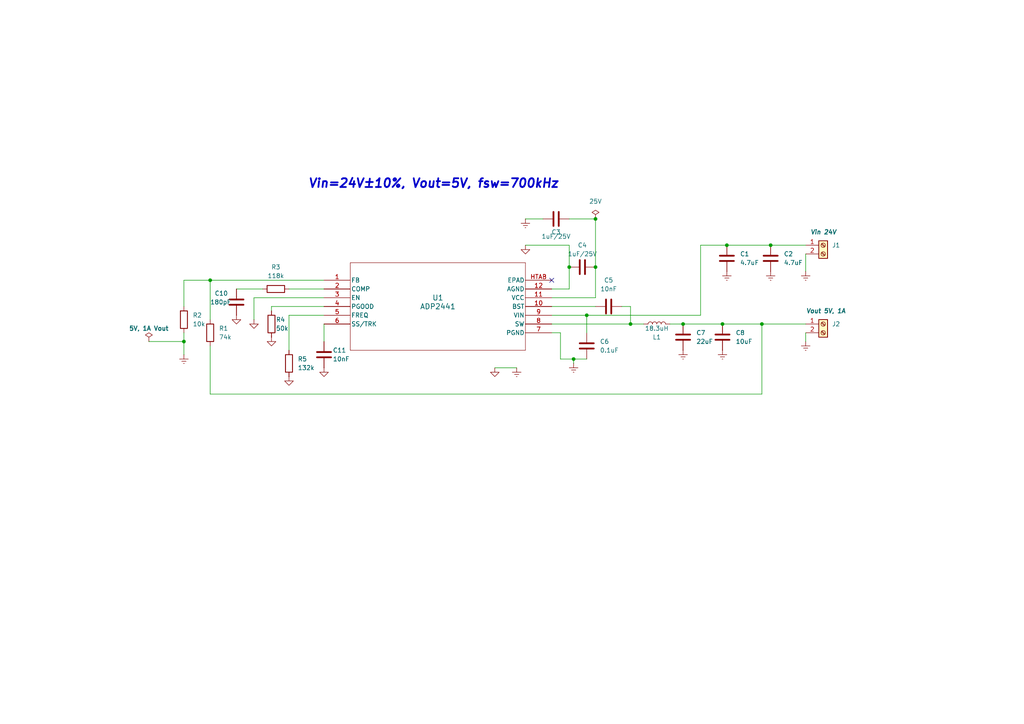
<source format=kicad_sch>
(kicad_sch
	(version 20231120)
	(generator "eeschema")
	(generator_version "8.0")
	(uuid "75ce015d-86bb-4e29-ac97-7f04ca178dc5")
	(paper "A4")
	(lib_symbols
		(symbol "ADP2441_AD:ADP2441"
			(pin_names
				(offset 0.254)
			)
			(exclude_from_sim no)
			(in_bom yes)
			(on_board yes)
			(property "Reference" "U"
				(at 33.02 10.16 0)
				(effects
					(font
						(size 1.524 1.524)
					)
				)
			)
			(property "Value" "ADP2441"
				(at 33.02 7.62 0)
				(effects
					(font
						(size 1.524 1.524)
					)
				)
			)
			(property "Footprint" "Package_DFN_QFN:QFN-12-1EP_3x3mm_P0.5mm_EP1.6x1.6mm"
				(at 0 0 0)
				(effects
					(font
						(size 1.27 1.27)
						(italic yes)
					)
					(hide yes)
				)
			)
			(property "Datasheet" "ADP2441ACPZ-R7"
				(at 0 0 0)
				(effects
					(font
						(size 1.27 1.27)
						(italic yes)
					)
					(hide yes)
				)
			)
			(property "Description" ""
				(at 0 0 0)
				(effects
					(font
						(size 1.27 1.27)
					)
					(hide yes)
				)
			)
			(property "ki_keywords" "ADP2441ACPZ-R7"
				(at 0 0 0)
				(effects
					(font
						(size 1.27 1.27)
					)
					(hide yes)
				)
			)
			(property "ki_fp_filters" "CP_12_6_ADI CP_12_6_ADI-M CP_12_6_ADI-L"
				(at 0 0 0)
				(effects
					(font
						(size 1.27 1.27)
					)
					(hide yes)
				)
			)
			(symbol "ADP2441_0_1"
				(polyline
					(pts
						(xy 7.62 -20.32) (xy 58.42 -20.32)
					)
					(stroke
						(width 0.127)
						(type default)
					)
					(fill
						(type none)
					)
				)
				(polyline
					(pts
						(xy 7.62 5.08) (xy 7.62 -20.32)
					)
					(stroke
						(width 0.127)
						(type default)
					)
					(fill
						(type none)
					)
				)
				(polyline
					(pts
						(xy 58.42 -20.32) (xy 58.42 5.08)
					)
					(stroke
						(width 0.127)
						(type default)
					)
					(fill
						(type none)
					)
				)
				(polyline
					(pts
						(xy 58.42 5.08) (xy 7.62 5.08)
					)
					(stroke
						(width 0.127)
						(type default)
					)
					(fill
						(type none)
					)
				)
				(pin unspecified line
					(at 0 0 0)
					(length 7.62)
					(name "FB"
						(effects
							(font
								(size 1.27 1.27)
							)
						)
					)
					(number "1"
						(effects
							(font
								(size 1.27 1.27)
							)
						)
					)
				)
				(pin unspecified line
					(at 66.04 -7.62 180)
					(length 7.62)
					(name "BST"
						(effects
							(font
								(size 1.27 1.27)
							)
						)
					)
					(number "10"
						(effects
							(font
								(size 1.27 1.27)
							)
						)
					)
				)
				(pin power_in line
					(at 66.04 -5.08 180)
					(length 7.62)
					(name "VCC"
						(effects
							(font
								(size 1.27 1.27)
							)
						)
					)
					(number "11"
						(effects
							(font
								(size 1.27 1.27)
							)
						)
					)
				)
				(pin power_in line
					(at 66.04 -2.54 180)
					(length 7.62)
					(name "AGND"
						(effects
							(font
								(size 1.27 1.27)
							)
						)
					)
					(number "12"
						(effects
							(font
								(size 1.27 1.27)
							)
						)
					)
				)
				(pin unspecified line
					(at 0 -2.54 0)
					(length 7.62)
					(name "COMP"
						(effects
							(font
								(size 1.27 1.27)
							)
						)
					)
					(number "2"
						(effects
							(font
								(size 1.27 1.27)
							)
						)
					)
				)
				(pin unspecified line
					(at 0 -5.08 0)
					(length 7.62)
					(name "EN"
						(effects
							(font
								(size 1.27 1.27)
							)
						)
					)
					(number "3"
						(effects
							(font
								(size 1.27 1.27)
							)
						)
					)
				)
				(pin output line
					(at 0 -7.62 0)
					(length 7.62)
					(name "PGOOD"
						(effects
							(font
								(size 1.27 1.27)
							)
						)
					)
					(number "4"
						(effects
							(font
								(size 1.27 1.27)
							)
						)
					)
				)
				(pin unspecified line
					(at 0 -10.16 0)
					(length 7.62)
					(name "FREQ"
						(effects
							(font
								(size 1.27 1.27)
							)
						)
					)
					(number "5"
						(effects
							(font
								(size 1.27 1.27)
							)
						)
					)
				)
				(pin input line
					(at 0 -12.7 0)
					(length 7.62)
					(name "SS/TRK"
						(effects
							(font
								(size 1.27 1.27)
							)
						)
					)
					(number "6"
						(effects
							(font
								(size 1.27 1.27)
							)
						)
					)
				)
				(pin power_in line
					(at 66.04 -15.24 180)
					(length 7.62)
					(name "PGND"
						(effects
							(font
								(size 1.27 1.27)
							)
						)
					)
					(number "7"
						(effects
							(font
								(size 1.27 1.27)
							)
						)
					)
				)
				(pin unspecified line
					(at 66.04 -12.7 180)
					(length 7.62)
					(name "SW"
						(effects
							(font
								(size 1.27 1.27)
							)
						)
					)
					(number "8"
						(effects
							(font
								(size 1.27 1.27)
							)
						)
					)
				)
				(pin input line
					(at 66.04 -10.16 180)
					(length 7.62)
					(name "VIN"
						(effects
							(font
								(size 1.27 1.27)
							)
						)
					)
					(number "9"
						(effects
							(font
								(size 1.27 1.27)
							)
						)
					)
				)
				(pin unspecified line
					(at 66.04 0 180)
					(length 7.62)
					(name "EPAD"
						(effects
							(font
								(size 1.27 1.27)
							)
						)
					)
					(number "HTAB"
						(effects
							(font
								(size 1.27 1.27)
							)
						)
					)
				)
			)
		)
		(symbol "Connector:Screw_Terminal_01x02"
			(pin_names
				(offset 1.016) hide)
			(exclude_from_sim no)
			(in_bom yes)
			(on_board yes)
			(property "Reference" "J"
				(at 0 2.54 0)
				(effects
					(font
						(size 1.27 1.27)
					)
				)
			)
			(property "Value" "Screw_Terminal_01x02"
				(at 0 -5.08 0)
				(effects
					(font
						(size 1.27 1.27)
					)
				)
			)
			(property "Footprint" ""
				(at 0 0 0)
				(effects
					(font
						(size 1.27 1.27)
					)
					(hide yes)
				)
			)
			(property "Datasheet" "~"
				(at 0 0 0)
				(effects
					(font
						(size 1.27 1.27)
					)
					(hide yes)
				)
			)
			(property "Description" "Generic screw terminal, single row, 01x02, script generated (kicad-library-utils/schlib/autogen/connector/)"
				(at 0 0 0)
				(effects
					(font
						(size 1.27 1.27)
					)
					(hide yes)
				)
			)
			(property "ki_keywords" "screw terminal"
				(at 0 0 0)
				(effects
					(font
						(size 1.27 1.27)
					)
					(hide yes)
				)
			)
			(property "ki_fp_filters" "TerminalBlock*:*"
				(at 0 0 0)
				(effects
					(font
						(size 1.27 1.27)
					)
					(hide yes)
				)
			)
			(symbol "Screw_Terminal_01x02_1_1"
				(rectangle
					(start -1.27 1.27)
					(end 1.27 -3.81)
					(stroke
						(width 0.254)
						(type default)
					)
					(fill
						(type background)
					)
				)
				(circle
					(center 0 -2.54)
					(radius 0.635)
					(stroke
						(width 0.1524)
						(type default)
					)
					(fill
						(type none)
					)
				)
				(polyline
					(pts
						(xy -0.5334 -2.2098) (xy 0.3302 -3.048)
					)
					(stroke
						(width 0.1524)
						(type default)
					)
					(fill
						(type none)
					)
				)
				(polyline
					(pts
						(xy -0.5334 0.3302) (xy 0.3302 -0.508)
					)
					(stroke
						(width 0.1524)
						(type default)
					)
					(fill
						(type none)
					)
				)
				(polyline
					(pts
						(xy -0.3556 -2.032) (xy 0.508 -2.8702)
					)
					(stroke
						(width 0.1524)
						(type default)
					)
					(fill
						(type none)
					)
				)
				(polyline
					(pts
						(xy -0.3556 0.508) (xy 0.508 -0.3302)
					)
					(stroke
						(width 0.1524)
						(type default)
					)
					(fill
						(type none)
					)
				)
				(circle
					(center 0 0)
					(radius 0.635)
					(stroke
						(width 0.1524)
						(type default)
					)
					(fill
						(type none)
					)
				)
				(pin passive line
					(at -5.08 0 0)
					(length 3.81)
					(name "Pin_1"
						(effects
							(font
								(size 1.27 1.27)
							)
						)
					)
					(number "1"
						(effects
							(font
								(size 1.27 1.27)
							)
						)
					)
				)
				(pin passive line
					(at -5.08 -2.54 0)
					(length 3.81)
					(name "Pin_2"
						(effects
							(font
								(size 1.27 1.27)
							)
						)
					)
					(number "2"
						(effects
							(font
								(size 1.27 1.27)
							)
						)
					)
				)
			)
		)
		(symbol "Device:C"
			(pin_numbers hide)
			(pin_names
				(offset 0.254)
			)
			(exclude_from_sim no)
			(in_bom yes)
			(on_board yes)
			(property "Reference" "C"
				(at 0.635 2.54 0)
				(effects
					(font
						(size 1.27 1.27)
					)
					(justify left)
				)
			)
			(property "Value" "C"
				(at 0.635 -2.54 0)
				(effects
					(font
						(size 1.27 1.27)
					)
					(justify left)
				)
			)
			(property "Footprint" ""
				(at 0.9652 -3.81 0)
				(effects
					(font
						(size 1.27 1.27)
					)
					(hide yes)
				)
			)
			(property "Datasheet" "~"
				(at 0 0 0)
				(effects
					(font
						(size 1.27 1.27)
					)
					(hide yes)
				)
			)
			(property "Description" "Unpolarized capacitor"
				(at 0 0 0)
				(effects
					(font
						(size 1.27 1.27)
					)
					(hide yes)
				)
			)
			(property "ki_keywords" "cap capacitor"
				(at 0 0 0)
				(effects
					(font
						(size 1.27 1.27)
					)
					(hide yes)
				)
			)
			(property "ki_fp_filters" "C_*"
				(at 0 0 0)
				(effects
					(font
						(size 1.27 1.27)
					)
					(hide yes)
				)
			)
			(symbol "C_0_1"
				(polyline
					(pts
						(xy -2.032 -0.762) (xy 2.032 -0.762)
					)
					(stroke
						(width 0.508)
						(type default)
					)
					(fill
						(type none)
					)
				)
				(polyline
					(pts
						(xy -2.032 0.762) (xy 2.032 0.762)
					)
					(stroke
						(width 0.508)
						(type default)
					)
					(fill
						(type none)
					)
				)
			)
			(symbol "C_1_1"
				(pin passive line
					(at 0 3.81 270)
					(length 2.794)
					(name "~"
						(effects
							(font
								(size 1.27 1.27)
							)
						)
					)
					(number "1"
						(effects
							(font
								(size 1.27 1.27)
							)
						)
					)
				)
				(pin passive line
					(at 0 -3.81 90)
					(length 2.794)
					(name "~"
						(effects
							(font
								(size 1.27 1.27)
							)
						)
					)
					(number "2"
						(effects
							(font
								(size 1.27 1.27)
							)
						)
					)
				)
			)
		)
		(symbol "Device:L"
			(pin_numbers hide)
			(pin_names
				(offset 1.016) hide)
			(exclude_from_sim no)
			(in_bom yes)
			(on_board yes)
			(property "Reference" "L"
				(at -1.27 0 90)
				(effects
					(font
						(size 1.27 1.27)
					)
				)
			)
			(property "Value" "L"
				(at 1.905 0 90)
				(effects
					(font
						(size 1.27 1.27)
					)
				)
			)
			(property "Footprint" ""
				(at 0 0 0)
				(effects
					(font
						(size 1.27 1.27)
					)
					(hide yes)
				)
			)
			(property "Datasheet" "~"
				(at 0 0 0)
				(effects
					(font
						(size 1.27 1.27)
					)
					(hide yes)
				)
			)
			(property "Description" "Inductor"
				(at 0 0 0)
				(effects
					(font
						(size 1.27 1.27)
					)
					(hide yes)
				)
			)
			(property "ki_keywords" "inductor choke coil reactor magnetic"
				(at 0 0 0)
				(effects
					(font
						(size 1.27 1.27)
					)
					(hide yes)
				)
			)
			(property "ki_fp_filters" "Choke_* *Coil* Inductor_* L_*"
				(at 0 0 0)
				(effects
					(font
						(size 1.27 1.27)
					)
					(hide yes)
				)
			)
			(symbol "L_0_1"
				(arc
					(start 0 -2.54)
					(mid 0.6323 -1.905)
					(end 0 -1.27)
					(stroke
						(width 0)
						(type default)
					)
					(fill
						(type none)
					)
				)
				(arc
					(start 0 -1.27)
					(mid 0.6323 -0.635)
					(end 0 0)
					(stroke
						(width 0)
						(type default)
					)
					(fill
						(type none)
					)
				)
				(arc
					(start 0 0)
					(mid 0.6323 0.635)
					(end 0 1.27)
					(stroke
						(width 0)
						(type default)
					)
					(fill
						(type none)
					)
				)
				(arc
					(start 0 1.27)
					(mid 0.6323 1.905)
					(end 0 2.54)
					(stroke
						(width 0)
						(type default)
					)
					(fill
						(type none)
					)
				)
			)
			(symbol "L_1_1"
				(pin passive line
					(at 0 3.81 270)
					(length 1.27)
					(name "1"
						(effects
							(font
								(size 1.27 1.27)
							)
						)
					)
					(number "1"
						(effects
							(font
								(size 1.27 1.27)
							)
						)
					)
				)
				(pin passive line
					(at 0 -3.81 90)
					(length 1.27)
					(name "2"
						(effects
							(font
								(size 1.27 1.27)
							)
						)
					)
					(number "2"
						(effects
							(font
								(size 1.27 1.27)
							)
						)
					)
				)
			)
		)
		(symbol "Device:R"
			(pin_numbers hide)
			(pin_names
				(offset 0)
			)
			(exclude_from_sim no)
			(in_bom yes)
			(on_board yes)
			(property "Reference" "R"
				(at 2.032 0 90)
				(effects
					(font
						(size 1.27 1.27)
					)
				)
			)
			(property "Value" "R"
				(at 0 0 90)
				(effects
					(font
						(size 1.27 1.27)
					)
				)
			)
			(property "Footprint" ""
				(at -1.778 0 90)
				(effects
					(font
						(size 1.27 1.27)
					)
					(hide yes)
				)
			)
			(property "Datasheet" "~"
				(at 0 0 0)
				(effects
					(font
						(size 1.27 1.27)
					)
					(hide yes)
				)
			)
			(property "Description" "Resistor"
				(at 0 0 0)
				(effects
					(font
						(size 1.27 1.27)
					)
					(hide yes)
				)
			)
			(property "ki_keywords" "R res resistor"
				(at 0 0 0)
				(effects
					(font
						(size 1.27 1.27)
					)
					(hide yes)
				)
			)
			(property "ki_fp_filters" "R_*"
				(at 0 0 0)
				(effects
					(font
						(size 1.27 1.27)
					)
					(hide yes)
				)
			)
			(symbol "R_0_1"
				(rectangle
					(start -1.016 -2.54)
					(end 1.016 2.54)
					(stroke
						(width 0.254)
						(type default)
					)
					(fill
						(type none)
					)
				)
			)
			(symbol "R_1_1"
				(pin passive line
					(at 0 3.81 270)
					(length 1.27)
					(name "~"
						(effects
							(font
								(size 1.27 1.27)
							)
						)
					)
					(number "1"
						(effects
							(font
								(size 1.27 1.27)
							)
						)
					)
				)
				(pin passive line
					(at 0 -3.81 90)
					(length 1.27)
					(name "~"
						(effects
							(font
								(size 1.27 1.27)
							)
						)
					)
					(number "2"
						(effects
							(font
								(size 1.27 1.27)
							)
						)
					)
				)
			)
		)
		(symbol "power:Earth"
			(power)
			(pin_numbers hide)
			(pin_names
				(offset 0) hide)
			(exclude_from_sim no)
			(in_bom yes)
			(on_board yes)
			(property "Reference" "#PWR"
				(at 0 -6.35 0)
				(effects
					(font
						(size 1.27 1.27)
					)
					(hide yes)
				)
			)
			(property "Value" "Earth"
				(at 0 -3.81 0)
				(effects
					(font
						(size 1.27 1.27)
					)
				)
			)
			(property "Footprint" ""
				(at 0 0 0)
				(effects
					(font
						(size 1.27 1.27)
					)
					(hide yes)
				)
			)
			(property "Datasheet" "~"
				(at 0 0 0)
				(effects
					(font
						(size 1.27 1.27)
					)
					(hide yes)
				)
			)
			(property "Description" "Power symbol creates a global label with name \"Earth\""
				(at 0 0 0)
				(effects
					(font
						(size 1.27 1.27)
					)
					(hide yes)
				)
			)
			(property "ki_keywords" "global ground gnd"
				(at 0 0 0)
				(effects
					(font
						(size 1.27 1.27)
					)
					(hide yes)
				)
			)
			(symbol "Earth_0_1"
				(polyline
					(pts
						(xy -0.635 -1.905) (xy 0.635 -1.905)
					)
					(stroke
						(width 0)
						(type default)
					)
					(fill
						(type none)
					)
				)
				(polyline
					(pts
						(xy -0.127 -2.54) (xy 0.127 -2.54)
					)
					(stroke
						(width 0)
						(type default)
					)
					(fill
						(type none)
					)
				)
				(polyline
					(pts
						(xy 0 -1.27) (xy 0 0)
					)
					(stroke
						(width 0)
						(type default)
					)
					(fill
						(type none)
					)
				)
				(polyline
					(pts
						(xy 1.27 -1.27) (xy -1.27 -1.27)
					)
					(stroke
						(width 0)
						(type default)
					)
					(fill
						(type none)
					)
				)
			)
			(symbol "Earth_1_1"
				(pin power_in line
					(at 0 0 270)
					(length 0)
					(name "~"
						(effects
							(font
								(size 1.27 1.27)
							)
						)
					)
					(number "1"
						(effects
							(font
								(size 1.27 1.27)
							)
						)
					)
				)
			)
		)
		(symbol "power:GND"
			(power)
			(pin_numbers hide)
			(pin_names
				(offset 0) hide)
			(exclude_from_sim no)
			(in_bom yes)
			(on_board yes)
			(property "Reference" "#PWR"
				(at 0 -6.35 0)
				(effects
					(font
						(size 1.27 1.27)
					)
					(hide yes)
				)
			)
			(property "Value" "GND"
				(at 0 -3.81 0)
				(effects
					(font
						(size 1.27 1.27)
					)
				)
			)
			(property "Footprint" ""
				(at 0 0 0)
				(effects
					(font
						(size 1.27 1.27)
					)
					(hide yes)
				)
			)
			(property "Datasheet" ""
				(at 0 0 0)
				(effects
					(font
						(size 1.27 1.27)
					)
					(hide yes)
				)
			)
			(property "Description" "Power symbol creates a global label with name \"GND\" , ground"
				(at 0 0 0)
				(effects
					(font
						(size 1.27 1.27)
					)
					(hide yes)
				)
			)
			(property "ki_keywords" "global power"
				(at 0 0 0)
				(effects
					(font
						(size 1.27 1.27)
					)
					(hide yes)
				)
			)
			(symbol "GND_0_1"
				(polyline
					(pts
						(xy 0 0) (xy 0 -1.27) (xy 1.27 -1.27) (xy 0 -2.54) (xy -1.27 -1.27) (xy 0 -1.27)
					)
					(stroke
						(width 0)
						(type default)
					)
					(fill
						(type none)
					)
				)
			)
			(symbol "GND_1_1"
				(pin power_in line
					(at 0 0 270)
					(length 0)
					(name "~"
						(effects
							(font
								(size 1.27 1.27)
							)
						)
					)
					(number "1"
						(effects
							(font
								(size 1.27 1.27)
							)
						)
					)
				)
			)
		)
		(symbol "power:PWR_FLAG"
			(power)
			(pin_numbers hide)
			(pin_names
				(offset 0) hide)
			(exclude_from_sim no)
			(in_bom yes)
			(on_board yes)
			(property "Reference" "#FLG"
				(at 0 1.905 0)
				(effects
					(font
						(size 1.27 1.27)
					)
					(hide yes)
				)
			)
			(property "Value" "PWR_FLAG"
				(at 0 3.81 0)
				(effects
					(font
						(size 1.27 1.27)
					)
				)
			)
			(property "Footprint" ""
				(at 0 0 0)
				(effects
					(font
						(size 1.27 1.27)
					)
					(hide yes)
				)
			)
			(property "Datasheet" "~"
				(at 0 0 0)
				(effects
					(font
						(size 1.27 1.27)
					)
					(hide yes)
				)
			)
			(property "Description" "Special symbol for telling ERC where power comes from"
				(at 0 0 0)
				(effects
					(font
						(size 1.27 1.27)
					)
					(hide yes)
				)
			)
			(property "ki_keywords" "flag power"
				(at 0 0 0)
				(effects
					(font
						(size 1.27 1.27)
					)
					(hide yes)
				)
			)
			(symbol "PWR_FLAG_0_0"
				(pin power_out line
					(at 0 0 90)
					(length 0)
					(name "~"
						(effects
							(font
								(size 1.27 1.27)
							)
						)
					)
					(number "1"
						(effects
							(font
								(size 1.27 1.27)
							)
						)
					)
				)
			)
			(symbol "PWR_FLAG_0_1"
				(polyline
					(pts
						(xy 0 0) (xy 0 1.27) (xy -1.016 1.905) (xy 0 2.54) (xy 1.016 1.905) (xy 0 1.27)
					)
					(stroke
						(width 0)
						(type default)
					)
					(fill
						(type none)
					)
				)
			)
		)
	)
	(junction
		(at 209.55 93.98)
		(diameter 0)
		(color 0 0 0 0)
		(uuid "0288f05b-45dd-4f14-8d32-b3dcdc0d2ac6")
	)
	(junction
		(at 210.82 71.12)
		(diameter 0)
		(color 0 0 0 0)
		(uuid "87cbc428-1a06-42b0-b5e9-b7c45b000c88")
	)
	(junction
		(at 165.1 77.47)
		(diameter 0)
		(color 0 0 0 0)
		(uuid "87f6b46f-88f6-4fa7-86a9-927c5014f9bd")
	)
	(junction
		(at 172.72 77.47)
		(diameter 0)
		(color 0 0 0 0)
		(uuid "881c63bf-3173-48de-99f2-5464d2daa666")
	)
	(junction
		(at 170.18 91.44)
		(diameter 0)
		(color 0 0 0 0)
		(uuid "9902750b-eef8-4e5c-b597-41f6a683ff13")
	)
	(junction
		(at 223.52 71.12)
		(diameter 0)
		(color 0 0 0 0)
		(uuid "9d32bb79-4b00-485c-83f8-53557eddac7a")
	)
	(junction
		(at 166.37 104.14)
		(diameter 0)
		(color 0 0 0 0)
		(uuid "a1015268-dd1e-48df-99cb-52ce94640f32")
	)
	(junction
		(at 172.72 63.5)
		(diameter 0)
		(color 0 0 0 0)
		(uuid "b86b0a34-288a-4529-9559-501423b5da71")
	)
	(junction
		(at 60.96 81.28)
		(diameter 0)
		(color 0 0 0 0)
		(uuid "b902112f-4320-417d-bb23-8f78478100ce")
	)
	(junction
		(at 182.88 93.98)
		(diameter 0)
		(color 0 0 0 0)
		(uuid "bf688edc-b8f3-40a5-a3e8-e1e92da3db60")
	)
	(junction
		(at 220.98 93.98)
		(diameter 0)
		(color 0 0 0 0)
		(uuid "cf88f318-6d9c-4b8f-94dd-0f3357cdaa02")
	)
	(junction
		(at 53.34 99.06)
		(diameter 0)
		(color 0 0 0 0)
		(uuid "d36339cd-265f-407e-b3b9-b4dc4624d427")
	)
	(junction
		(at 198.12 93.98)
		(diameter 0)
		(color 0 0 0 0)
		(uuid "da97660a-ac58-4783-8ac6-280b342688c2")
	)
	(no_connect
		(at 160.02 81.28)
		(uuid "865b432c-9d1b-4451-966b-772c032e8832")
	)
	(wire
		(pts
			(xy 165.1 63.5) (xy 172.72 63.5)
		)
		(stroke
			(width 0)
			(type default)
		)
		(uuid "07b6e204-44ea-4236-b605-78b4601c856a")
	)
	(wire
		(pts
			(xy 152.4 63.5) (xy 157.48 63.5)
		)
		(stroke
			(width 0)
			(type default)
		)
		(uuid "0d6e54c6-d193-45d5-a13d-097df1a8e5c3")
	)
	(wire
		(pts
			(xy 143.51 106.68) (xy 149.86 106.68)
		)
		(stroke
			(width 0)
			(type default)
		)
		(uuid "0ebec9eb-4a9f-4efd-85c4-26bb45ca8f0f")
	)
	(wire
		(pts
			(xy 210.82 71.12) (xy 223.52 71.12)
		)
		(stroke
			(width 0)
			(type default)
		)
		(uuid "15051aec-bfa1-4b82-a8d7-9a35b43b3e0e")
	)
	(wire
		(pts
			(xy 83.82 83.82) (xy 93.98 83.82)
		)
		(stroke
			(width 0)
			(type default)
		)
		(uuid "1a33075c-d27b-4d44-8b8f-49ce6dd4759b")
	)
	(wire
		(pts
			(xy 160.02 86.36) (xy 172.72 86.36)
		)
		(stroke
			(width 0)
			(type default)
		)
		(uuid "1d7e19b6-1a38-41bc-921f-1d834f12e035")
	)
	(wire
		(pts
			(xy 165.1 83.82) (xy 165.1 77.47)
		)
		(stroke
			(width 0)
			(type default)
		)
		(uuid "218254c8-c1ab-4291-9524-97b785e8936d")
	)
	(wire
		(pts
			(xy 160.02 91.44) (xy 170.18 91.44)
		)
		(stroke
			(width 0)
			(type default)
		)
		(uuid "21ae4477-ec55-4ea3-b928-d6bc73a64847")
	)
	(wire
		(pts
			(xy 60.96 81.28) (xy 60.96 92.71)
		)
		(stroke
			(width 0)
			(type default)
		)
		(uuid "27119f24-1e4c-4ac7-bb3c-e34115fe6322")
	)
	(wire
		(pts
			(xy 166.37 104.14) (xy 170.18 104.14)
		)
		(stroke
			(width 0)
			(type default)
		)
		(uuid "2a35f2b3-5d42-4c45-969b-549ea31586ab")
	)
	(wire
		(pts
			(xy 203.2 91.44) (xy 203.2 71.12)
		)
		(stroke
			(width 0)
			(type default)
		)
		(uuid "2e9c6d3a-8230-47b0-ad6f-d45c2f22d3fe")
	)
	(wire
		(pts
			(xy 93.98 93.98) (xy 93.98 99.06)
		)
		(stroke
			(width 0)
			(type default)
		)
		(uuid "36ed46fa-096f-493c-a4fa-c1798982efbc")
	)
	(wire
		(pts
			(xy 172.72 86.36) (xy 172.72 77.47)
		)
		(stroke
			(width 0)
			(type default)
		)
		(uuid "3806ed38-3ab9-402e-88de-3ba89d38b0de")
	)
	(wire
		(pts
			(xy 78.74 88.9) (xy 78.74 90.17)
		)
		(stroke
			(width 0)
			(type default)
		)
		(uuid "39393168-c596-416b-8b15-11455986ea43")
	)
	(wire
		(pts
			(xy 170.18 91.44) (xy 203.2 91.44)
		)
		(stroke
			(width 0)
			(type default)
		)
		(uuid "3fab805b-cd26-47ab-b998-8a8eb8d4d80d")
	)
	(wire
		(pts
			(xy 152.4 71.12) (xy 165.1 71.12)
		)
		(stroke
			(width 0)
			(type default)
		)
		(uuid "4340cb0c-faff-4ea6-9ce4-5982b3216d88")
	)
	(wire
		(pts
			(xy 182.88 88.9) (xy 182.88 93.98)
		)
		(stroke
			(width 0)
			(type default)
		)
		(uuid "4c6ab627-4aa8-4603-a41f-04c70333d1e8")
	)
	(wire
		(pts
			(xy 220.98 93.98) (xy 220.98 114.3)
		)
		(stroke
			(width 0)
			(type default)
		)
		(uuid "59e2e1bf-4a45-4cd0-a386-28e6fa4a0aae")
	)
	(wire
		(pts
			(xy 172.72 77.47) (xy 172.72 63.5)
		)
		(stroke
			(width 0)
			(type default)
		)
		(uuid "5cbab818-e5d6-4ed0-99e6-df4457916e4b")
	)
	(wire
		(pts
			(xy 165.1 77.47) (xy 165.1 71.12)
		)
		(stroke
			(width 0)
			(type default)
		)
		(uuid "5d5b6eb7-abfc-4ad9-b09e-2248c50fbfc7")
	)
	(wire
		(pts
			(xy 203.2 71.12) (xy 210.82 71.12)
		)
		(stroke
			(width 0)
			(type default)
		)
		(uuid "665be73e-b052-44f9-85a3-c8f6122d8476")
	)
	(wire
		(pts
			(xy 194.31 93.98) (xy 198.12 93.98)
		)
		(stroke
			(width 0)
			(type default)
		)
		(uuid "67732c49-f4fc-4182-8f49-79e3d9b8bf36")
	)
	(wire
		(pts
			(xy 182.88 93.98) (xy 186.69 93.98)
		)
		(stroke
			(width 0)
			(type default)
		)
		(uuid "6d569245-082a-477a-94f8-157a50a3d7ee")
	)
	(wire
		(pts
			(xy 78.74 88.9) (xy 93.98 88.9)
		)
		(stroke
			(width 0)
			(type default)
		)
		(uuid "73784054-e9ca-4419-bccd-b35c0f3fad94")
	)
	(wire
		(pts
			(xy 223.52 71.12) (xy 233.68 71.12)
		)
		(stroke
			(width 0)
			(type default)
		)
		(uuid "78775270-d95a-4c3a-b9e8-2e2b54891f8e")
	)
	(wire
		(pts
			(xy 166.37 105.41) (xy 166.37 104.14)
		)
		(stroke
			(width 0)
			(type default)
		)
		(uuid "8c1dbe38-b088-4ff0-80d7-540b7d6d7aa1")
	)
	(wire
		(pts
			(xy 83.82 91.44) (xy 93.98 91.44)
		)
		(stroke
			(width 0)
			(type default)
		)
		(uuid "975de034-6089-497b-92c1-b346abb0274e")
	)
	(wire
		(pts
			(xy 220.98 93.98) (xy 233.68 93.98)
		)
		(stroke
			(width 0)
			(type default)
		)
		(uuid "9a939d4f-d8c8-4235-a9cb-369609ae91dd")
	)
	(wire
		(pts
			(xy 233.68 96.52) (xy 233.68 99.06)
		)
		(stroke
			(width 0)
			(type default)
		)
		(uuid "9dc3cfcb-7a2d-4bcd-a25c-e1091a000bf8")
	)
	(wire
		(pts
			(xy 60.96 81.28) (xy 93.98 81.28)
		)
		(stroke
			(width 0)
			(type default)
		)
		(uuid "9e5afb32-9bfa-45a0-99a1-517a35515d15")
	)
	(wire
		(pts
			(xy 180.34 88.9) (xy 182.88 88.9)
		)
		(stroke
			(width 0)
			(type default)
		)
		(uuid "9e9e52e7-b254-40e6-bd9d-ea7440317747")
	)
	(wire
		(pts
			(xy 53.34 102.87) (xy 53.34 99.06)
		)
		(stroke
			(width 0)
			(type default)
		)
		(uuid "a28b42c8-3ad0-44df-a5a4-43c27d787658")
	)
	(wire
		(pts
			(xy 170.18 91.44) (xy 170.18 96.52)
		)
		(stroke
			(width 0)
			(type default)
		)
		(uuid "a43f3f50-7bf4-48b7-9f4b-db9abc85ad72")
	)
	(wire
		(pts
			(xy 162.56 96.52) (xy 160.02 96.52)
		)
		(stroke
			(width 0)
			(type default)
		)
		(uuid "a51bc8e0-6754-4191-8afd-814407ff3ced")
	)
	(wire
		(pts
			(xy 162.56 96.52) (xy 162.56 104.14)
		)
		(stroke
			(width 0)
			(type default)
		)
		(uuid "aab4ef12-c144-4082-9a82-b1b4ebbcbc3c")
	)
	(wire
		(pts
			(xy 53.34 99.06) (xy 53.34 96.52)
		)
		(stroke
			(width 0)
			(type default)
		)
		(uuid "ac7460c6-2254-41c0-9dbf-c3b10cf5640f")
	)
	(wire
		(pts
			(xy 53.34 81.28) (xy 53.34 88.9)
		)
		(stroke
			(width 0)
			(type default)
		)
		(uuid "ae28ced0-ecee-4c4d-846b-d866e3b6761b")
	)
	(wire
		(pts
			(xy 60.96 114.3) (xy 220.98 114.3)
		)
		(stroke
			(width 0)
			(type default)
		)
		(uuid "afaf8b0a-4206-40ea-b4f1-78aa7369eb9b")
	)
	(wire
		(pts
			(xy 209.55 93.98) (xy 220.98 93.98)
		)
		(stroke
			(width 0)
			(type default)
		)
		(uuid "b04672b0-b819-4709-a7d9-233b4baaf40e")
	)
	(wire
		(pts
			(xy 60.96 81.28) (xy 53.34 81.28)
		)
		(stroke
			(width 0)
			(type default)
		)
		(uuid "b1887da5-8517-4e2f-b882-ac4c56d99368")
	)
	(wire
		(pts
			(xy 93.98 86.36) (xy 73.66 86.36)
		)
		(stroke
			(width 0)
			(type default)
		)
		(uuid "b5cb5964-1846-483e-9836-464818f9c9ed")
	)
	(wire
		(pts
			(xy 43.18 99.06) (xy 53.34 99.06)
		)
		(stroke
			(width 0)
			(type default)
		)
		(uuid "c0fae563-16de-45bb-a283-be6f73aec380")
	)
	(wire
		(pts
			(xy 160.02 83.82) (xy 165.1 83.82)
		)
		(stroke
			(width 0)
			(type default)
		)
		(uuid "c63ac435-5ae4-47d5-be0a-1f63e030c01c")
	)
	(wire
		(pts
			(xy 160.02 88.9) (xy 172.72 88.9)
		)
		(stroke
			(width 0)
			(type default)
		)
		(uuid "ce92dc56-f78d-43b6-aae9-51abaad196d8")
	)
	(wire
		(pts
			(xy 68.58 83.82) (xy 76.2 83.82)
		)
		(stroke
			(width 0)
			(type default)
		)
		(uuid "d6ab08f2-92f0-436a-a458-d85d65c547d9")
	)
	(wire
		(pts
			(xy 83.82 91.44) (xy 83.82 101.6)
		)
		(stroke
			(width 0)
			(type default)
		)
		(uuid "db342e95-3c86-4664-aaf2-3ae1d3d8d6e6")
	)
	(wire
		(pts
			(xy 198.12 93.98) (xy 209.55 93.98)
		)
		(stroke
			(width 0)
			(type default)
		)
		(uuid "dcd4e257-f359-4e83-9d94-86541e74aa54")
	)
	(wire
		(pts
			(xy 73.66 86.36) (xy 73.66 92.71)
		)
		(stroke
			(width 0)
			(type default)
		)
		(uuid "e030ffdc-a96a-4d47-93ed-0b765f66efcf")
	)
	(wire
		(pts
			(xy 60.96 100.33) (xy 60.96 114.3)
		)
		(stroke
			(width 0)
			(type default)
		)
		(uuid "e721f8a1-5106-45bf-8795-b12bc2428da2")
	)
	(wire
		(pts
			(xy 162.56 104.14) (xy 166.37 104.14)
		)
		(stroke
			(width 0)
			(type default)
		)
		(uuid "f34c48de-5cf2-4b0c-9793-3acd06213d04")
	)
	(wire
		(pts
			(xy 233.68 73.66) (xy 233.68 78.74)
		)
		(stroke
			(width 0)
			(type default)
		)
		(uuid "f54b8679-b2f9-44ea-893c-282dcbfc15ad")
	)
	(wire
		(pts
			(xy 160.02 93.98) (xy 182.88 93.98)
		)
		(stroke
			(width 0)
			(type default)
		)
		(uuid "f6694359-6305-49e5-8ccf-bf4e58725df3")
	)
	(text "Vin=24V±10%, Vout=5V, fsw=700kHz"
		(exclude_from_sim no)
		(at 125.73 53.34 0)
		(effects
			(font
				(size 2.54 2.54)
				(thickness 0.508)
				(bold yes)
				(italic yes)
			)
		)
		(uuid "06adb43f-691c-4ade-b577-38c3548143b4")
	)
	(symbol
		(lib_id "power:GND")
		(at 152.4 71.12 0)
		(unit 1)
		(exclude_from_sim no)
		(in_bom yes)
		(on_board yes)
		(dnp no)
		(fields_autoplaced yes)
		(uuid "0b50f8fe-9883-4619-9935-ff2d90ca32af")
		(property "Reference" "#PWR05"
			(at 152.4 77.47 0)
			(effects
				(font
					(size 1.27 1.27)
				)
				(hide yes)
			)
		)
		(property "Value" "GND"
			(at 152.4 76.2 0)
			(effects
				(font
					(size 1.27 1.27)
				)
				(hide yes)
			)
		)
		(property "Footprint" ""
			(at 152.4 71.12 0)
			(effects
				(font
					(size 1.27 1.27)
				)
				(hide yes)
			)
		)
		(property "Datasheet" ""
			(at 152.4 71.12 0)
			(effects
				(font
					(size 1.27 1.27)
				)
				(hide yes)
			)
		)
		(property "Description" "Power symbol creates a global label with name \"GND\" , ground"
			(at 152.4 71.12 0)
			(effects
				(font
					(size 1.27 1.27)
				)
				(hide yes)
			)
		)
		(pin "1"
			(uuid "2ef16c79-d1fa-4da1-9e4d-95fe0dc3047c")
		)
		(instances
			(project "Assignment"
				(path "/75ce015d-86bb-4e29-ac97-7f04ca178dc5"
					(reference "#PWR05")
					(unit 1)
				)
			)
		)
	)
	(symbol
		(lib_id "power:Earth")
		(at 233.68 78.74 0)
		(unit 1)
		(exclude_from_sim no)
		(in_bom yes)
		(on_board yes)
		(dnp no)
		(fields_autoplaced yes)
		(uuid "0d6d5971-eef9-40ff-9f58-0acd18df3b6f")
		(property "Reference" "#PWR016"
			(at 233.68 85.09 0)
			(effects
				(font
					(size 1.27 1.27)
				)
				(hide yes)
			)
		)
		(property "Value" "Earth"
			(at 233.68 83.82 0)
			(effects
				(font
					(size 1.27 1.27)
				)
				(hide yes)
			)
		)
		(property "Footprint" ""
			(at 233.68 78.74 0)
			(effects
				(font
					(size 1.27 1.27)
				)
				(hide yes)
			)
		)
		(property "Datasheet" "~"
			(at 233.68 78.74 0)
			(effects
				(font
					(size 1.27 1.27)
				)
				(hide yes)
			)
		)
		(property "Description" "Power symbol creates a global label with name \"Earth\""
			(at 233.68 78.74 0)
			(effects
				(font
					(size 1.27 1.27)
				)
				(hide yes)
			)
		)
		(pin "1"
			(uuid "1bbeee5d-0458-4cff-b3cb-36073e3c6072")
		)
		(instances
			(project "Assignment"
				(path "/75ce015d-86bb-4e29-ac97-7f04ca178dc5"
					(reference "#PWR016")
					(unit 1)
				)
			)
		)
	)
	(symbol
		(lib_id "power:Earth")
		(at 166.37 105.41 0)
		(unit 1)
		(exclude_from_sim no)
		(in_bom yes)
		(on_board yes)
		(dnp no)
		(fields_autoplaced yes)
		(uuid "11551c69-25ee-4380-9be5-977a9e238c9d")
		(property "Reference" "#PWR011"
			(at 166.37 111.76 0)
			(effects
				(font
					(size 1.27 1.27)
				)
				(hide yes)
			)
		)
		(property "Value" "Earth"
			(at 166.37 110.49 0)
			(effects
				(font
					(size 1.27 1.27)
				)
				(hide yes)
			)
		)
		(property "Footprint" ""
			(at 166.37 105.41 0)
			(effects
				(font
					(size 1.27 1.27)
				)
				(hide yes)
			)
		)
		(property "Datasheet" "~"
			(at 166.37 105.41 0)
			(effects
				(font
					(size 1.27 1.27)
				)
				(hide yes)
			)
		)
		(property "Description" "Power symbol creates a global label with name \"Earth\""
			(at 166.37 105.41 0)
			(effects
				(font
					(size 1.27 1.27)
				)
				(hide yes)
			)
		)
		(pin "1"
			(uuid "9a0a8c4c-668b-4691-940e-b43e34fcdce9")
		)
		(instances
			(project "Assignment"
				(path "/75ce015d-86bb-4e29-ac97-7f04ca178dc5"
					(reference "#PWR011")
					(unit 1)
				)
			)
		)
	)
	(symbol
		(lib_id "power:Earth")
		(at 152.4 63.5 0)
		(unit 1)
		(exclude_from_sim no)
		(in_bom yes)
		(on_board yes)
		(dnp no)
		(fields_autoplaced yes)
		(uuid "183af5df-e61e-4c28-be07-317d1868eeed")
		(property "Reference" "#PWR06"
			(at 152.4 69.85 0)
			(effects
				(font
					(size 1.27 1.27)
				)
				(hide yes)
			)
		)
		(property "Value" "Earth"
			(at 152.4 68.58 0)
			(effects
				(font
					(size 1.27 1.27)
				)
				(hide yes)
			)
		)
		(property "Footprint" ""
			(at 152.4 63.5 0)
			(effects
				(font
					(size 1.27 1.27)
				)
				(hide yes)
			)
		)
		(property "Datasheet" "~"
			(at 152.4 63.5 0)
			(effects
				(font
					(size 1.27 1.27)
				)
				(hide yes)
			)
		)
		(property "Description" "Power symbol creates a global label with name \"Earth\""
			(at 152.4 63.5 0)
			(effects
				(font
					(size 1.27 1.27)
				)
				(hide yes)
			)
		)
		(pin "1"
			(uuid "c9f176f4-0f79-4d1f-9d9d-08fb6f5bac9d")
		)
		(instances
			(project ""
				(path "/75ce015d-86bb-4e29-ac97-7f04ca178dc5"
					(reference "#PWR06")
					(unit 1)
				)
			)
		)
	)
	(symbol
		(lib_id "Device:C")
		(at 161.29 63.5 90)
		(unit 1)
		(exclude_from_sim no)
		(in_bom yes)
		(on_board yes)
		(dnp no)
		(uuid "2392d164-ef70-443a-84b3-ea8eec96a7a1")
		(property "Reference" "C3"
			(at 161.29 67.31 90)
			(effects
				(font
					(size 1.27 1.27)
				)
			)
		)
		(property "Value" "1uF/25V"
			(at 161.29 68.58 90)
			(effects
				(font
					(size 1.27 1.27)
				)
			)
		)
		(property "Footprint" "Capacitor_SMD:C_0201_0603Metric"
			(at 165.1 62.5348 0)
			(effects
				(font
					(size 1.27 1.27)
				)
				(hide yes)
			)
		)
		(property "Datasheet" "~"
			(at 161.29 63.5 0)
			(effects
				(font
					(size 1.27 1.27)
				)
				(hide yes)
			)
		)
		(property "Description" "Unpolarized capacitor"
			(at 161.29 63.5 0)
			(effects
				(font
					(size 1.27 1.27)
				)
				(hide yes)
			)
		)
		(pin "1"
			(uuid "d3680b5b-8fa1-47e4-a63d-46dfc65f0241")
		)
		(pin "2"
			(uuid "7b061531-736e-4fb2-a658-ba2ef8091595")
		)
		(instances
			(project ""
				(path "/75ce015d-86bb-4e29-ac97-7f04ca178dc5"
					(reference "C3")
					(unit 1)
				)
			)
		)
	)
	(symbol
		(lib_id "Device:R")
		(at 60.96 96.52 0)
		(unit 1)
		(exclude_from_sim no)
		(in_bom yes)
		(on_board yes)
		(dnp no)
		(fields_autoplaced yes)
		(uuid "29a50884-5139-46a0-a83e-1ae80e76c8f4")
		(property "Reference" "R1"
			(at 63.5 95.2499 0)
			(effects
				(font
					(size 1.27 1.27)
				)
				(justify left)
			)
		)
		(property "Value" "74k"
			(at 63.5 97.7899 0)
			(effects
				(font
					(size 1.27 1.27)
				)
				(justify left)
			)
		)
		(property "Footprint" "Resistor_SMD:R_0603_1608Metric"
			(at 59.182 96.52 90)
			(effects
				(font
					(size 1.27 1.27)
				)
				(hide yes)
			)
		)
		(property "Datasheet" "~"
			(at 60.96 96.52 0)
			(effects
				(font
					(size 1.27 1.27)
				)
				(hide yes)
			)
		)
		(property "Description" "Resistor"
			(at 60.96 96.52 0)
			(effects
				(font
					(size 1.27 1.27)
				)
				(hide yes)
			)
		)
		(pin "2"
			(uuid "01f82412-ebc5-446f-bcca-95c4d6a31cf2")
		)
		(pin "1"
			(uuid "a2d04020-18d7-4ee3-996b-f01c578a7705")
		)
		(instances
			(project ""
				(path "/75ce015d-86bb-4e29-ac97-7f04ca178dc5"
					(reference "R1")
					(unit 1)
				)
			)
		)
	)
	(symbol
		(lib_id "power:Earth")
		(at 209.55 101.6 0)
		(unit 1)
		(exclude_from_sim no)
		(in_bom yes)
		(on_board yes)
		(dnp no)
		(fields_autoplaced yes)
		(uuid "2a7d3aab-e5f7-4ab1-9300-9d393fef4cdb")
		(property "Reference" "#PWR013"
			(at 209.55 107.95 0)
			(effects
				(font
					(size 1.27 1.27)
				)
				(hide yes)
			)
		)
		(property "Value" "Earth"
			(at 209.55 106.68 0)
			(effects
				(font
					(size 1.27 1.27)
				)
				(hide yes)
			)
		)
		(property "Footprint" ""
			(at 209.55 101.6 0)
			(effects
				(font
					(size 1.27 1.27)
				)
				(hide yes)
			)
		)
		(property "Datasheet" "~"
			(at 209.55 101.6 0)
			(effects
				(font
					(size 1.27 1.27)
				)
				(hide yes)
			)
		)
		(property "Description" "Power symbol creates a global label with name \"Earth\""
			(at 209.55 101.6 0)
			(effects
				(font
					(size 1.27 1.27)
				)
				(hide yes)
			)
		)
		(pin "1"
			(uuid "97318df4-656f-4661-9946-076cfdefd521")
		)
		(instances
			(project "Assignment"
				(path "/75ce015d-86bb-4e29-ac97-7f04ca178dc5"
					(reference "#PWR013")
					(unit 1)
				)
			)
		)
	)
	(symbol
		(lib_id "power:GND")
		(at 143.51 106.68 0)
		(unit 1)
		(exclude_from_sim no)
		(in_bom yes)
		(on_board yes)
		(dnp no)
		(fields_autoplaced yes)
		(uuid "2e51bf14-101d-42bb-8c57-d23bcbf4109a")
		(property "Reference" "#PWR010"
			(at 143.51 113.03 0)
			(effects
				(font
					(size 1.27 1.27)
				)
				(hide yes)
			)
		)
		(property "Value" "GND"
			(at 143.51 111.76 0)
			(effects
				(font
					(size 1.27 1.27)
				)
				(hide yes)
			)
		)
		(property "Footprint" ""
			(at 143.51 106.68 0)
			(effects
				(font
					(size 1.27 1.27)
				)
				(hide yes)
			)
		)
		(property "Datasheet" ""
			(at 143.51 106.68 0)
			(effects
				(font
					(size 1.27 1.27)
				)
				(hide yes)
			)
		)
		(property "Description" "Power symbol creates a global label with name \"GND\" , ground"
			(at 143.51 106.68 0)
			(effects
				(font
					(size 1.27 1.27)
				)
				(hide yes)
			)
		)
		(pin "1"
			(uuid "592d4fa4-b7c7-4c8c-905b-b576a2a19b30")
		)
		(instances
			(project "Assignment"
				(path "/75ce015d-86bb-4e29-ac97-7f04ca178dc5"
					(reference "#PWR010")
					(unit 1)
				)
			)
		)
	)
	(symbol
		(lib_id "Device:C")
		(at 68.58 87.63 0)
		(unit 1)
		(exclude_from_sim no)
		(in_bom yes)
		(on_board yes)
		(dnp no)
		(uuid "3147916c-f0dd-4d9a-a52e-4fa999a88d9c")
		(property "Reference" "C10"
			(at 62.23 85.09 0)
			(effects
				(font
					(size 1.27 1.27)
				)
				(justify left)
			)
		)
		(property "Value" "180pF"
			(at 60.96 87.63 0)
			(effects
				(font
					(size 1.27 1.27)
				)
				(justify left)
			)
		)
		(property "Footprint" "Capacitor_SMD:C_0201_0603Metric"
			(at 69.5452 91.44 0)
			(effects
				(font
					(size 1.27 1.27)
				)
				(hide yes)
			)
		)
		(property "Datasheet" "~"
			(at 68.58 87.63 0)
			(effects
				(font
					(size 1.27 1.27)
				)
				(hide yes)
			)
		)
		(property "Description" "Unpolarized capacitor"
			(at 68.58 87.63 0)
			(effects
				(font
					(size 1.27 1.27)
				)
				(hide yes)
			)
		)
		(pin "1"
			(uuid "d3680b5b-8fa1-47e4-a63d-46dfc65f0242")
		)
		(pin "2"
			(uuid "7b061531-736e-4fb2-a658-ba2ef8091596")
		)
		(instances
			(project ""
				(path "/75ce015d-86bb-4e29-ac97-7f04ca178dc5"
					(reference "C10")
					(unit 1)
				)
			)
		)
	)
	(symbol
		(lib_id "Connector:Screw_Terminal_01x02")
		(at 238.76 71.12 0)
		(unit 1)
		(exclude_from_sim no)
		(in_bom yes)
		(on_board yes)
		(dnp no)
		(uuid "3b16170f-42ae-4fbf-8dc4-c255e23b838d")
		(property "Reference" "J1"
			(at 241.3 71.1199 0)
			(effects
				(font
					(size 1.27 1.27)
				)
				(justify left)
			)
		)
		(property "Value" "Vin 24V"
			(at 234.95 67.31 0)
			(effects
				(font
					(size 1.27 1.27)
					(thickness 0.254)
					(bold yes)
					(italic yes)
				)
				(justify left)
			)
		)
		(property "Footprint" ""
			(at 238.76 71.12 0)
			(effects
				(font
					(size 1.27 1.27)
				)
				(hide yes)
			)
		)
		(property "Datasheet" "~"
			(at 238.76 71.12 0)
			(effects
				(font
					(size 1.27 1.27)
				)
				(hide yes)
			)
		)
		(property "Description" "Generic screw terminal, single row, 01x02, script generated (kicad-library-utils/schlib/autogen/connector/)"
			(at 238.76 71.12 0)
			(effects
				(font
					(size 1.27 1.27)
				)
				(hide yes)
			)
		)
		(pin "2"
			(uuid "d5e687aa-3b9a-416b-ace5-186e8ddd5b28")
		)
		(pin "1"
			(uuid "16a218c1-ff7d-427c-bccc-f11614419497")
		)
		(instances
			(project ""
				(path "/75ce015d-86bb-4e29-ac97-7f04ca178dc5"
					(reference "J1")
					(unit 1)
				)
			)
		)
	)
	(symbol
		(lib_id "power:PWR_FLAG")
		(at 172.72 63.5 0)
		(unit 1)
		(exclude_from_sim no)
		(in_bom yes)
		(on_board yes)
		(dnp no)
		(fields_autoplaced yes)
		(uuid "3b2000e4-5433-4316-9fbd-c36e5945abf8")
		(property "Reference" "#FLG01"
			(at 172.72 61.595 0)
			(effects
				(font
					(size 1.27 1.27)
				)
				(hide yes)
			)
		)
		(property "Value" "25V"
			(at 172.72 58.42 0)
			(effects
				(font
					(size 1.27 1.27)
				)
			)
		)
		(property "Footprint" ""
			(at 172.72 63.5 0)
			(effects
				(font
					(size 1.27 1.27)
				)
				(hide yes)
			)
		)
		(property "Datasheet" "~"
			(at 172.72 63.5 0)
			(effects
				(font
					(size 1.27 1.27)
				)
				(hide yes)
			)
		)
		(property "Description" "Special symbol for telling ERC where power comes from"
			(at 172.72 63.5 0)
			(effects
				(font
					(size 1.27 1.27)
				)
				(hide yes)
			)
		)
		(pin "1"
			(uuid "46b267e2-5746-4bbe-8882-ee72bf95e43d")
		)
		(instances
			(project ""
				(path "/75ce015d-86bb-4e29-ac97-7f04ca178dc5"
					(reference "#FLG01")
					(unit 1)
				)
			)
		)
	)
	(symbol
		(lib_id "power:Earth")
		(at 149.86 106.68 0)
		(unit 1)
		(exclude_from_sim no)
		(in_bom yes)
		(on_board yes)
		(dnp no)
		(fields_autoplaced yes)
		(uuid "3e957d2b-5364-40ba-87e1-3b5847606425")
		(property "Reference" "#PWR09"
			(at 149.86 113.03 0)
			(effects
				(font
					(size 1.27 1.27)
				)
				(hide yes)
			)
		)
		(property "Value" "Earth"
			(at 149.86 111.76 0)
			(effects
				(font
					(size 1.27 1.27)
				)
				(hide yes)
			)
		)
		(property "Footprint" ""
			(at 149.86 106.68 0)
			(effects
				(font
					(size 1.27 1.27)
				)
				(hide yes)
			)
		)
		(property "Datasheet" "~"
			(at 149.86 106.68 0)
			(effects
				(font
					(size 1.27 1.27)
				)
				(hide yes)
			)
		)
		(property "Description" "Power symbol creates a global label with name \"Earth\""
			(at 149.86 106.68 0)
			(effects
				(font
					(size 1.27 1.27)
				)
				(hide yes)
			)
		)
		(pin "1"
			(uuid "5d36663b-776a-4daa-98c8-57d9b575e337")
		)
		(instances
			(project "Assignment"
				(path "/75ce015d-86bb-4e29-ac97-7f04ca178dc5"
					(reference "#PWR09")
					(unit 1)
				)
			)
		)
	)
	(symbol
		(lib_id "power:GND")
		(at 78.74 97.79 0)
		(unit 1)
		(exclude_from_sim no)
		(in_bom yes)
		(on_board yes)
		(dnp no)
		(fields_autoplaced yes)
		(uuid "51305a1c-e5b5-448b-a0f7-66f8d79c52ac")
		(property "Reference" "#PWR014"
			(at 78.74 104.14 0)
			(effects
				(font
					(size 1.27 1.27)
				)
				(hide yes)
			)
		)
		(property "Value" "GND"
			(at 78.74 102.87 0)
			(effects
				(font
					(size 1.27 1.27)
				)
				(hide yes)
			)
		)
		(property "Footprint" ""
			(at 78.74 97.79 0)
			(effects
				(font
					(size 1.27 1.27)
				)
				(hide yes)
			)
		)
		(property "Datasheet" ""
			(at 78.74 97.79 0)
			(effects
				(font
					(size 1.27 1.27)
				)
				(hide yes)
			)
		)
		(property "Description" "Power symbol creates a global label with name \"GND\" , ground"
			(at 78.74 97.79 0)
			(effects
				(font
					(size 1.27 1.27)
				)
				(hide yes)
			)
		)
		(pin "1"
			(uuid "a0e1c382-0696-416b-b4d8-26566dae4621")
		)
		(instances
			(project "Assignment"
				(path "/75ce015d-86bb-4e29-ac97-7f04ca178dc5"
					(reference "#PWR014")
					(unit 1)
				)
			)
		)
	)
	(symbol
		(lib_id "power:Earth")
		(at 223.52 78.74 0)
		(unit 1)
		(exclude_from_sim no)
		(in_bom yes)
		(on_board yes)
		(dnp no)
		(fields_autoplaced yes)
		(uuid "5de694ef-3de6-46ec-9a82-74aebfa5776e")
		(property "Reference" "#PWR08"
			(at 223.52 85.09 0)
			(effects
				(font
					(size 1.27 1.27)
				)
				(hide yes)
			)
		)
		(property "Value" "Earth"
			(at 223.52 83.82 0)
			(effects
				(font
					(size 1.27 1.27)
				)
				(hide yes)
			)
		)
		(property "Footprint" ""
			(at 223.52 78.74 0)
			(effects
				(font
					(size 1.27 1.27)
				)
				(hide yes)
			)
		)
		(property "Datasheet" "~"
			(at 223.52 78.74 0)
			(effects
				(font
					(size 1.27 1.27)
				)
				(hide yes)
			)
		)
		(property "Description" "Power symbol creates a global label with name \"Earth\""
			(at 223.52 78.74 0)
			(effects
				(font
					(size 1.27 1.27)
				)
				(hide yes)
			)
		)
		(pin "1"
			(uuid "75e312be-8333-41e9-b2bd-c84128449654")
		)
		(instances
			(project "Assignment"
				(path "/75ce015d-86bb-4e29-ac97-7f04ca178dc5"
					(reference "#PWR08")
					(unit 1)
				)
			)
		)
	)
	(symbol
		(lib_id "Connector:Screw_Terminal_01x02")
		(at 238.76 93.98 0)
		(unit 1)
		(exclude_from_sim no)
		(in_bom yes)
		(on_board yes)
		(dnp no)
		(uuid "5fd8ee87-3d87-418e-9416-6d47a26adf11")
		(property "Reference" "J2"
			(at 241.3 93.9799 0)
			(effects
				(font
					(size 1.27 1.27)
				)
				(justify left)
			)
		)
		(property "Value" "Vout 5V, 1A"
			(at 233.68 90.17 0)
			(effects
				(font
					(size 1.27 1.27)
					(thickness 0.254)
					(bold yes)
					(italic yes)
				)
				(justify left)
			)
		)
		(property "Footprint" ""
			(at 238.76 93.98 0)
			(effects
				(font
					(size 1.27 1.27)
				)
				(hide yes)
			)
		)
		(property "Datasheet" "~"
			(at 238.76 93.98 0)
			(effects
				(font
					(size 1.27 1.27)
				)
				(hide yes)
			)
		)
		(property "Description" "Generic screw terminal, single row, 01x02, script generated (kicad-library-utils/schlib/autogen/connector/)"
			(at 238.76 93.98 0)
			(effects
				(font
					(size 1.27 1.27)
				)
				(hide yes)
			)
		)
		(pin "2"
			(uuid "d5e687aa-3b9a-416b-ace5-186e8ddd5b28")
		)
		(pin "1"
			(uuid "16a218c1-ff7d-427c-bccc-f11614419497")
		)
		(instances
			(project ""
				(path "/75ce015d-86bb-4e29-ac97-7f04ca178dc5"
					(reference "J2")
					(unit 1)
				)
			)
		)
	)
	(symbol
		(lib_id "ADP2441_AD:ADP2441")
		(at 93.98 81.28 0)
		(unit 1)
		(exclude_from_sim no)
		(in_bom yes)
		(on_board yes)
		(dnp no)
		(uuid "647aafc8-0632-4dee-aa50-dcae2b59bc06")
		(property "Reference" "U1"
			(at 127 86.36 0)
			(effects
				(font
					(size 1.524 1.524)
				)
			)
		)
		(property "Value" "ADP2441"
			(at 127 88.9 0)
			(effects
				(font
					(size 1.524 1.524)
				)
			)
		)
		(property "Footprint" "Package_DFN_QFN:QFN-12-1EP_3x3mm_P0.5mm_EP1.6x1.6mm"
			(at 93.98 81.28 0)
			(effects
				(font
					(size 1.27 1.27)
					(italic yes)
				)
				(hide yes)
			)
		)
		(property "Datasheet" "ADP2441ACPZ-R7"
			(at 93.98 81.28 0)
			(effects
				(font
					(size 1.27 1.27)
					(italic yes)
				)
				(hide yes)
			)
		)
		(property "Description" ""
			(at 93.98 81.28 0)
			(effects
				(font
					(size 1.27 1.27)
				)
				(hide yes)
			)
		)
		(pin "3"
			(uuid "58a59e44-aee1-4f20-b1c5-97f232e8872f")
		)
		(pin "4"
			(uuid "81ee424e-7603-4926-b216-aff5e7dae101")
		)
		(pin "11"
			(uuid "649387e8-7d1f-4a05-8795-7e7615aa4301")
		)
		(pin "7"
			(uuid "00e3eba4-906f-4c74-bca2-ffe79c862cdc")
		)
		(pin "2"
			(uuid "0f51b714-3f0b-4718-b1ba-6fc253a5a807")
		)
		(pin "10"
			(uuid "ea708161-972f-4305-a5aa-422712b5f0da")
		)
		(pin "6"
			(uuid "fc56c2c5-acae-47b6-a136-9d00a0a6bcdc")
		)
		(pin "8"
			(uuid "31c3f0a6-9091-49a8-87e8-cb8299fb9fac")
		)
		(pin "5"
			(uuid "06c5fd5b-62d2-449b-85fd-99aa2ac72b2f")
		)
		(pin "HTAB"
			(uuid "3cac030b-81b5-4963-b2a0-4ad8619a51d3")
		)
		(pin "1"
			(uuid "c39b0690-9883-4caa-934d-7696ec8347e3")
		)
		(pin "12"
			(uuid "1f5771c6-812b-4284-bb6e-68d5c06159d5")
		)
		(pin "9"
			(uuid "4f72ec82-21ee-4396-99b2-de5d8dc2343d")
		)
		(instances
			(project ""
				(path "/75ce015d-86bb-4e29-ac97-7f04ca178dc5"
					(reference "U1")
					(unit 1)
				)
			)
		)
	)
	(symbol
		(lib_id "Device:C")
		(at 168.91 77.47 90)
		(unit 1)
		(exclude_from_sim no)
		(in_bom yes)
		(on_board yes)
		(dnp no)
		(uuid "674f30c4-4678-49d7-a621-e4e96b219a02")
		(property "Reference" "C4"
			(at 168.91 71.12 90)
			(effects
				(font
					(size 1.27 1.27)
				)
			)
		)
		(property "Value" "1uF/25V"
			(at 168.91 73.66 90)
			(effects
				(font
					(size 1.27 1.27)
				)
			)
		)
		(property "Footprint" "Capacitor_SMD:C_0201_0603Metric"
			(at 172.72 76.5048 0)
			(effects
				(font
					(size 1.27 1.27)
				)
				(hide yes)
			)
		)
		(property "Datasheet" "~"
			(at 168.91 77.47 0)
			(effects
				(font
					(size 1.27 1.27)
				)
				(hide yes)
			)
		)
		(property "Description" "Unpolarized capacitor"
			(at 168.91 77.47 0)
			(effects
				(font
					(size 1.27 1.27)
				)
				(hide yes)
			)
		)
		(pin "1"
			(uuid "d3680b5b-8fa1-47e4-a63d-46dfc65f0243")
		)
		(pin "2"
			(uuid "7b061531-736e-4fb2-a658-ba2ef8091597")
		)
		(instances
			(project ""
				(path "/75ce015d-86bb-4e29-ac97-7f04ca178dc5"
					(reference "C4")
					(unit 1)
				)
			)
		)
	)
	(symbol
		(lib_id "power:Earth")
		(at 210.82 78.74 0)
		(unit 1)
		(exclude_from_sim no)
		(in_bom yes)
		(on_board yes)
		(dnp no)
		(fields_autoplaced yes)
		(uuid "6841af27-c8c7-4379-89f2-8d05d00277a6")
		(property "Reference" "#PWR07"
			(at 210.82 85.09 0)
			(effects
				(font
					(size 1.27 1.27)
				)
				(hide yes)
			)
		)
		(property "Value" "Earth"
			(at 210.82 83.82 0)
			(effects
				(font
					(size 1.27 1.27)
				)
				(hide yes)
			)
		)
		(property "Footprint" ""
			(at 210.82 78.74 0)
			(effects
				(font
					(size 1.27 1.27)
				)
				(hide yes)
			)
		)
		(property "Datasheet" "~"
			(at 210.82 78.74 0)
			(effects
				(font
					(size 1.27 1.27)
				)
				(hide yes)
			)
		)
		(property "Description" "Power symbol creates a global label with name \"Earth\""
			(at 210.82 78.74 0)
			(effects
				(font
					(size 1.27 1.27)
				)
				(hide yes)
			)
		)
		(pin "1"
			(uuid "a9c13129-4087-409a-9ed0-05d1fd175c34")
		)
		(instances
			(project "Assignment"
				(path "/75ce015d-86bb-4e29-ac97-7f04ca178dc5"
					(reference "#PWR07")
					(unit 1)
				)
			)
		)
	)
	(symbol
		(lib_id "Device:R")
		(at 78.74 93.98 0)
		(unit 1)
		(exclude_from_sim no)
		(in_bom yes)
		(on_board yes)
		(dnp no)
		(uuid "69c8eb07-7abc-4f52-8763-68c921ca0c8d")
		(property "Reference" "R4"
			(at 80.01 92.71 0)
			(effects
				(font
					(size 1.27 1.27)
				)
				(justify left)
			)
		)
		(property "Value" "50k"
			(at 80.01 95.25 0)
			(effects
				(font
					(size 1.27 1.27)
				)
				(justify left)
			)
		)
		(property "Footprint" "Resistor_SMD:R_0603_1608Metric"
			(at 76.962 93.98 90)
			(effects
				(font
					(size 1.27 1.27)
				)
				(hide yes)
			)
		)
		(property "Datasheet" "~"
			(at 78.74 93.98 0)
			(effects
				(font
					(size 1.27 1.27)
				)
				(hide yes)
			)
		)
		(property "Description" "Resistor"
			(at 78.74 93.98 0)
			(effects
				(font
					(size 1.27 1.27)
				)
				(hide yes)
			)
		)
		(pin "2"
			(uuid "01f82412-ebc5-446f-bcca-95c4d6a31cf3")
		)
		(pin "1"
			(uuid "a2d04020-18d7-4ee3-996b-f01c578a7706")
		)
		(instances
			(project ""
				(path "/75ce015d-86bb-4e29-ac97-7f04ca178dc5"
					(reference "R4")
					(unit 1)
				)
			)
		)
	)
	(symbol
		(lib_id "Device:C")
		(at 210.82 74.93 0)
		(unit 1)
		(exclude_from_sim no)
		(in_bom yes)
		(on_board yes)
		(dnp no)
		(fields_autoplaced yes)
		(uuid "6a3453bc-1ff5-42f6-ba35-aba4dc6eb67d")
		(property "Reference" "C1"
			(at 214.63 73.6599 0)
			(effects
				(font
					(size 1.27 1.27)
				)
				(justify left)
			)
		)
		(property "Value" "4.7uF"
			(at 214.63 76.1999 0)
			(effects
				(font
					(size 1.27 1.27)
				)
				(justify left)
			)
		)
		(property "Footprint" "Capacitor_SMD:C_0201_0603Metric"
			(at 211.7852 78.74 0)
			(effects
				(font
					(size 1.27 1.27)
				)
				(hide yes)
			)
		)
		(property "Datasheet" "~"
			(at 210.82 74.93 0)
			(effects
				(font
					(size 1.27 1.27)
				)
				(hide yes)
			)
		)
		(property "Description" "Unpolarized capacitor"
			(at 210.82 74.93 0)
			(effects
				(font
					(size 1.27 1.27)
				)
				(hide yes)
			)
		)
		(pin "1"
			(uuid "d3680b5b-8fa1-47e4-a63d-46dfc65f0244")
		)
		(pin "2"
			(uuid "7b061531-736e-4fb2-a658-ba2ef8091598")
		)
		(instances
			(project ""
				(path "/75ce015d-86bb-4e29-ac97-7f04ca178dc5"
					(reference "C1")
					(unit 1)
				)
			)
		)
	)
	(symbol
		(lib_id "power:Earth")
		(at 233.68 99.06 0)
		(unit 1)
		(exclude_from_sim no)
		(in_bom yes)
		(on_board yes)
		(dnp no)
		(fields_autoplaced yes)
		(uuid "70940d0d-635c-459a-a8b6-c49f1d417811")
		(property "Reference" "#PWR017"
			(at 233.68 105.41 0)
			(effects
				(font
					(size 1.27 1.27)
				)
				(hide yes)
			)
		)
		(property "Value" "Earth"
			(at 233.68 104.14 0)
			(effects
				(font
					(size 1.27 1.27)
				)
				(hide yes)
			)
		)
		(property "Footprint" ""
			(at 233.68 99.06 0)
			(effects
				(font
					(size 1.27 1.27)
				)
				(hide yes)
			)
		)
		(property "Datasheet" "~"
			(at 233.68 99.06 0)
			(effects
				(font
					(size 1.27 1.27)
				)
				(hide yes)
			)
		)
		(property "Description" "Power symbol creates a global label with name \"Earth\""
			(at 233.68 99.06 0)
			(effects
				(font
					(size 1.27 1.27)
				)
				(hide yes)
			)
		)
		(pin "1"
			(uuid "5cc7a43f-e674-4700-a6b6-3605c23c0d78")
		)
		(instances
			(project "Assignment"
				(path "/75ce015d-86bb-4e29-ac97-7f04ca178dc5"
					(reference "#PWR017")
					(unit 1)
				)
			)
		)
	)
	(symbol
		(lib_id "power:PWR_FLAG")
		(at 43.18 99.06 0)
		(unit 1)
		(exclude_from_sim no)
		(in_bom yes)
		(on_board yes)
		(dnp no)
		(uuid "7e56dc68-da5c-4a0f-9632-3179e2d21048")
		(property "Reference" "#FLG04"
			(at 43.18 97.155 0)
			(effects
				(font
					(size 1.27 1.27)
				)
				(hide yes)
			)
		)
		(property "Value" "5V, 1A Vout"
			(at 43.18 95.25 0)
			(effects
				(font
					(size 1.27 1.27)
					(thickness 0.254)
					(bold yes)
				)
			)
		)
		(property "Footprint" ""
			(at 43.18 99.06 0)
			(effects
				(font
					(size 1.27 1.27)
				)
				(hide yes)
			)
		)
		(property "Datasheet" "~"
			(at 43.18 99.06 0)
			(effects
				(font
					(size 1.27 1.27)
				)
				(hide yes)
			)
		)
		(property "Description" "Special symbol for telling ERC where power comes from"
			(at 43.18 99.06 0)
			(effects
				(font
					(size 1.27 1.27)
				)
				(hide yes)
			)
		)
		(pin "1"
			(uuid "793e0d6b-20f7-49e7-a8eb-e1016d53854e")
		)
		(instances
			(project "Assignment"
				(path "/75ce015d-86bb-4e29-ac97-7f04ca178dc5"
					(reference "#FLG04")
					(unit 1)
				)
			)
		)
	)
	(symbol
		(lib_id "power:GND")
		(at 73.66 92.71 0)
		(unit 1)
		(exclude_from_sim no)
		(in_bom yes)
		(on_board yes)
		(dnp no)
		(fields_autoplaced yes)
		(uuid "7e65d983-9c09-4b81-b97e-7c0700602481")
		(property "Reference" "#PWR015"
			(at 73.66 99.06 0)
			(effects
				(font
					(size 1.27 1.27)
				)
				(hide yes)
			)
		)
		(property "Value" "GND"
			(at 73.66 97.79 0)
			(effects
				(font
					(size 1.27 1.27)
				)
				(hide yes)
			)
		)
		(property "Footprint" ""
			(at 73.66 92.71 0)
			(effects
				(font
					(size 1.27 1.27)
				)
				(hide yes)
			)
		)
		(property "Datasheet" ""
			(at 73.66 92.71 0)
			(effects
				(font
					(size 1.27 1.27)
				)
				(hide yes)
			)
		)
		(property "Description" "Power symbol creates a global label with name \"GND\" , ground"
			(at 73.66 92.71 0)
			(effects
				(font
					(size 1.27 1.27)
				)
				(hide yes)
			)
		)
		(pin "1"
			(uuid "d1896a9c-9eff-41d1-b15d-36265ad0a5c6")
		)
		(instances
			(project "Assignment"
				(path "/75ce015d-86bb-4e29-ac97-7f04ca178dc5"
					(reference "#PWR015")
					(unit 1)
				)
			)
		)
	)
	(symbol
		(lib_id "Device:C")
		(at 170.18 100.33 0)
		(unit 1)
		(exclude_from_sim no)
		(in_bom yes)
		(on_board yes)
		(dnp no)
		(fields_autoplaced yes)
		(uuid "80df7d13-86a9-4ee5-ad5d-b7c1dbe22af0")
		(property "Reference" "C6"
			(at 173.99 99.0599 0)
			(effects
				(font
					(size 1.27 1.27)
				)
				(justify left)
			)
		)
		(property "Value" "0.1uF"
			(at 173.99 101.5999 0)
			(effects
				(font
					(size 1.27 1.27)
				)
				(justify left)
			)
		)
		(property "Footprint" "Capacitor_SMD:C_0201_0603Metric"
			(at 171.1452 104.14 0)
			(effects
				(font
					(size 1.27 1.27)
				)
				(hide yes)
			)
		)
		(property "Datasheet" "~"
			(at 170.18 100.33 0)
			(effects
				(font
					(size 1.27 1.27)
				)
				(hide yes)
			)
		)
		(property "Description" "Unpolarized capacitor"
			(at 170.18 100.33 0)
			(effects
				(font
					(size 1.27 1.27)
				)
				(hide yes)
			)
		)
		(pin "1"
			(uuid "d3680b5b-8fa1-47e4-a63d-46dfc65f0245")
		)
		(pin "2"
			(uuid "7b061531-736e-4fb2-a658-ba2ef8091599")
		)
		(instances
			(project ""
				(path "/75ce015d-86bb-4e29-ac97-7f04ca178dc5"
					(reference "C6")
					(unit 1)
				)
			)
		)
	)
	(symbol
		(lib_id "Device:C")
		(at 209.55 97.79 0)
		(unit 1)
		(exclude_from_sim no)
		(in_bom yes)
		(on_board yes)
		(dnp no)
		(fields_autoplaced yes)
		(uuid "8c27aa3c-4649-4480-bb37-a4c9bf01f997")
		(property "Reference" "C8"
			(at 213.36 96.5199 0)
			(effects
				(font
					(size 1.27 1.27)
				)
				(justify left)
			)
		)
		(property "Value" "10uF"
			(at 213.36 99.0599 0)
			(effects
				(font
					(size 1.27 1.27)
				)
				(justify left)
			)
		)
		(property "Footprint" "Capacitor_SMD:C_0201_0603Metric"
			(at 210.5152 101.6 0)
			(effects
				(font
					(size 1.27 1.27)
				)
				(hide yes)
			)
		)
		(property "Datasheet" "~"
			(at 209.55 97.79 0)
			(effects
				(font
					(size 1.27 1.27)
				)
				(hide yes)
			)
		)
		(property "Description" "Unpolarized capacitor"
			(at 209.55 97.79 0)
			(effects
				(font
					(size 1.27 1.27)
				)
				(hide yes)
			)
		)
		(pin "1"
			(uuid "d3680b5b-8fa1-47e4-a63d-46dfc65f0246")
		)
		(pin "2"
			(uuid "7b061531-736e-4fb2-a658-ba2ef809159a")
		)
		(instances
			(project ""
				(path "/75ce015d-86bb-4e29-ac97-7f04ca178dc5"
					(reference "C8")
					(unit 1)
				)
			)
		)
	)
	(symbol
		(lib_id "Device:C")
		(at 198.12 97.79 0)
		(unit 1)
		(exclude_from_sim no)
		(in_bom yes)
		(on_board yes)
		(dnp no)
		(fields_autoplaced yes)
		(uuid "94fc55a8-2097-42e0-9da7-9b4d3d9ae81d")
		(property "Reference" "C7"
			(at 201.93 96.5199 0)
			(effects
				(font
					(size 1.27 1.27)
				)
				(justify left)
			)
		)
		(property "Value" "22uF"
			(at 201.93 99.0599 0)
			(effects
				(font
					(size 1.27 1.27)
				)
				(justify left)
			)
		)
		(property "Footprint" "Capacitor_SMD:C_0603_1608Metric"
			(at 199.0852 101.6 0)
			(effects
				(font
					(size 1.27 1.27)
				)
				(hide yes)
			)
		)
		(property "Datasheet" "~"
			(at 198.12 97.79 0)
			(effects
				(font
					(size 1.27 1.27)
				)
				(hide yes)
			)
		)
		(property "Description" "Unpolarized capacitor"
			(at 198.12 97.79 0)
			(effects
				(font
					(size 1.27 1.27)
				)
				(hide yes)
			)
		)
		(pin "1"
			(uuid "d3680b5b-8fa1-47e4-a63d-46dfc65f0247")
		)
		(pin "2"
			(uuid "7b061531-736e-4fb2-a658-ba2ef809159b")
		)
		(instances
			(project ""
				(path "/75ce015d-86bb-4e29-ac97-7f04ca178dc5"
					(reference "C7")
					(unit 1)
				)
			)
		)
	)
	(symbol
		(lib_id "Device:R")
		(at 83.82 105.41 0)
		(unit 1)
		(exclude_from_sim no)
		(in_bom yes)
		(on_board yes)
		(dnp no)
		(fields_autoplaced yes)
		(uuid "9515a2e1-7270-4678-b1d7-2d65dcad7ce1")
		(property "Reference" "R5"
			(at 86.36 104.1399 0)
			(effects
				(font
					(size 1.27 1.27)
				)
				(justify left)
			)
		)
		(property "Value" "132k"
			(at 86.36 106.6799 0)
			(effects
				(font
					(size 1.27 1.27)
				)
				(justify left)
			)
		)
		(property "Footprint" "Resistor_SMD:R_0603_1608Metric"
			(at 82.042 105.41 90)
			(effects
				(font
					(size 1.27 1.27)
				)
				(hide yes)
			)
		)
		(property "Datasheet" "~"
			(at 83.82 105.41 0)
			(effects
				(font
					(size 1.27 1.27)
				)
				(hide yes)
			)
		)
		(property "Description" "Resistor"
			(at 83.82 105.41 0)
			(effects
				(font
					(size 1.27 1.27)
				)
				(hide yes)
			)
		)
		(pin "2"
			(uuid "01f82412-ebc5-446f-bcca-95c4d6a31cf4")
		)
		(pin "1"
			(uuid "a2d04020-18d7-4ee3-996b-f01c578a7707")
		)
		(instances
			(project ""
				(path "/75ce015d-86bb-4e29-ac97-7f04ca178dc5"
					(reference "R5")
					(unit 1)
				)
			)
		)
	)
	(symbol
		(lib_id "Device:C")
		(at 176.53 88.9 90)
		(unit 1)
		(exclude_from_sim no)
		(in_bom yes)
		(on_board yes)
		(dnp no)
		(fields_autoplaced yes)
		(uuid "b4a6660e-5b21-43d2-ae84-8ab3a9f26e74")
		(property "Reference" "C5"
			(at 176.53 81.28 90)
			(effects
				(font
					(size 1.27 1.27)
				)
			)
		)
		(property "Value" "10nF"
			(at 176.53 83.82 90)
			(effects
				(font
					(size 1.27 1.27)
				)
			)
		)
		(property "Footprint" "Capacitor_SMD:C_0201_0603Metric"
			(at 180.34 87.9348 0)
			(effects
				(font
					(size 1.27 1.27)
				)
				(hide yes)
			)
		)
		(property "Datasheet" "~"
			(at 176.53 88.9 0)
			(effects
				(font
					(size 1.27 1.27)
				)
				(hide yes)
			)
		)
		(property "Description" "Unpolarized capacitor"
			(at 176.53 88.9 0)
			(effects
				(font
					(size 1.27 1.27)
				)
				(hide yes)
			)
		)
		(pin "1"
			(uuid "d3680b5b-8fa1-47e4-a63d-46dfc65f0248")
		)
		(pin "2"
			(uuid "7b061531-736e-4fb2-a658-ba2ef809159c")
		)
		(instances
			(project ""
				(path "/75ce015d-86bb-4e29-ac97-7f04ca178dc5"
					(reference "C5")
					(unit 1)
				)
			)
		)
	)
	(symbol
		(lib_id "Device:R")
		(at 53.34 92.71 0)
		(unit 1)
		(exclude_from_sim no)
		(in_bom yes)
		(on_board yes)
		(dnp no)
		(fields_autoplaced yes)
		(uuid "c1dcbb20-cda4-44d5-a963-7833cefcaf43")
		(property "Reference" "R2"
			(at 55.88 91.4399 0)
			(effects
				(font
					(size 1.27 1.27)
				)
				(justify left)
			)
		)
		(property "Value" "10k"
			(at 55.88 93.9799 0)
			(effects
				(font
					(size 1.27 1.27)
				)
				(justify left)
			)
		)
		(property "Footprint" "Resistor_SMD:R_0603_1608Metric"
			(at 51.562 92.71 90)
			(effects
				(font
					(size 1.27 1.27)
				)
				(hide yes)
			)
		)
		(property "Datasheet" "~"
			(at 53.34 92.71 0)
			(effects
				(font
					(size 1.27 1.27)
				)
				(hide yes)
			)
		)
		(property "Description" "Resistor"
			(at 53.34 92.71 0)
			(effects
				(font
					(size 1.27 1.27)
				)
				(hide yes)
			)
		)
		(pin "2"
			(uuid "01f82412-ebc5-446f-bcca-95c4d6a31cf5")
		)
		(pin "1"
			(uuid "a2d04020-18d7-4ee3-996b-f01c578a7708")
		)
		(instances
			(project ""
				(path "/75ce015d-86bb-4e29-ac97-7f04ca178dc5"
					(reference "R2")
					(unit 1)
				)
			)
		)
	)
	(symbol
		(lib_id "Device:C")
		(at 223.52 74.93 0)
		(unit 1)
		(exclude_from_sim no)
		(in_bom yes)
		(on_board yes)
		(dnp no)
		(fields_autoplaced yes)
		(uuid "c207bfab-5374-4753-8bb3-d7ce2afab24e")
		(property "Reference" "C2"
			(at 227.33 73.6599 0)
			(effects
				(font
					(size 1.27 1.27)
				)
				(justify left)
			)
		)
		(property "Value" "4.7uF"
			(at 227.33 76.1999 0)
			(effects
				(font
					(size 1.27 1.27)
				)
				(justify left)
			)
		)
		(property "Footprint" "Capacitor_SMD:C_0201_0603Metric"
			(at 224.4852 78.74 0)
			(effects
				(font
					(size 1.27 1.27)
				)
				(hide yes)
			)
		)
		(property "Datasheet" "~"
			(at 223.52 74.93 0)
			(effects
				(font
					(size 1.27 1.27)
				)
				(hide yes)
			)
		)
		(property "Description" "Unpolarized capacitor"
			(at 223.52 74.93 0)
			(effects
				(font
					(size 1.27 1.27)
				)
				(hide yes)
			)
		)
		(pin "1"
			(uuid "d3680b5b-8fa1-47e4-a63d-46dfc65f0249")
		)
		(pin "2"
			(uuid "7b061531-736e-4fb2-a658-ba2ef809159d")
		)
		(instances
			(project ""
				(path "/75ce015d-86bb-4e29-ac97-7f04ca178dc5"
					(reference "C2")
					(unit 1)
				)
			)
		)
	)
	(symbol
		(lib_id "Device:C")
		(at 93.98 102.87 0)
		(unit 1)
		(exclude_from_sim no)
		(in_bom yes)
		(on_board yes)
		(dnp no)
		(uuid "ce594afd-175c-4249-ba2f-9a146eed858d")
		(property "Reference" "C11"
			(at 96.52 101.6 0)
			(effects
				(font
					(size 1.27 1.27)
				)
				(justify left)
			)
		)
		(property "Value" "10nF"
			(at 96.52 104.14 0)
			(effects
				(font
					(size 1.27 1.27)
				)
				(justify left)
			)
		)
		(property "Footprint" "Capacitor_SMD:C_0201_0603Metric"
			(at 94.9452 106.68 0)
			(effects
				(font
					(size 1.27 1.27)
				)
				(hide yes)
			)
		)
		(property "Datasheet" "~"
			(at 93.98 102.87 0)
			(effects
				(font
					(size 1.27 1.27)
				)
				(hide yes)
			)
		)
		(property "Description" "Unpolarized capacitor"
			(at 93.98 102.87 0)
			(effects
				(font
					(size 1.27 1.27)
				)
				(hide yes)
			)
		)
		(pin "1"
			(uuid "d3680b5b-8fa1-47e4-a63d-46dfc65f024a")
		)
		(pin "2"
			(uuid "7b061531-736e-4fb2-a658-ba2ef809159e")
		)
		(instances
			(project ""
				(path "/75ce015d-86bb-4e29-ac97-7f04ca178dc5"
					(reference "C11")
					(unit 1)
				)
			)
		)
	)
	(symbol
		(lib_id "Device:L")
		(at 190.5 93.98 90)
		(unit 1)
		(exclude_from_sim no)
		(in_bom yes)
		(on_board yes)
		(dnp no)
		(uuid "cfdd0d07-0b38-4220-bbf3-79d92a4db934")
		(property "Reference" "L1"
			(at 190.5 97.79 90)
			(effects
				(font
					(size 1.27 1.27)
				)
			)
		)
		(property "Value" "18.3uH"
			(at 190.5 95.25 90)
			(effects
				(font
					(size 1.27 1.27)
				)
			)
		)
		(property "Footprint" "Inductor_SMD:L_0201_0603Metric"
			(at 190.5 93.98 0)
			(effects
				(font
					(size 1.27 1.27)
				)
				(hide yes)
			)
		)
		(property "Datasheet" "~"
			(at 190.5 93.98 0)
			(effects
				(font
					(size 1.27 1.27)
				)
				(hide yes)
			)
		)
		(property "Description" "Inductor"
			(at 190.5 93.98 0)
			(effects
				(font
					(size 1.27 1.27)
				)
				(hide yes)
			)
		)
		(pin "1"
			(uuid "9940f2d7-1a2b-4fcb-8674-ef00e6805c0b")
		)
		(pin "2"
			(uuid "737b1be4-867d-4fa9-a0c8-74c3a3a77111")
		)
		(instances
			(project ""
				(path "/75ce015d-86bb-4e29-ac97-7f04ca178dc5"
					(reference "L1")
					(unit 1)
				)
			)
		)
	)
	(symbol
		(lib_id "power:GND")
		(at 93.98 106.68 0)
		(unit 1)
		(exclude_from_sim no)
		(in_bom yes)
		(on_board yes)
		(dnp no)
		(fields_autoplaced yes)
		(uuid "dbfa3762-02a5-4fdc-b036-e60ad890df7f")
		(property "Reference" "#PWR04"
			(at 93.98 113.03 0)
			(effects
				(font
					(size 1.27 1.27)
				)
				(hide yes)
			)
		)
		(property "Value" "GND"
			(at 93.98 111.76 0)
			(effects
				(font
					(size 1.27 1.27)
				)
				(hide yes)
			)
		)
		(property "Footprint" ""
			(at 93.98 106.68 0)
			(effects
				(font
					(size 1.27 1.27)
				)
				(hide yes)
			)
		)
		(property "Datasheet" ""
			(at 93.98 106.68 0)
			(effects
				(font
					(size 1.27 1.27)
				)
				(hide yes)
			)
		)
		(property "Description" "Power symbol creates a global label with name \"GND\" , ground"
			(at 93.98 106.68 0)
			(effects
				(font
					(size 1.27 1.27)
				)
				(hide yes)
			)
		)
		(pin "1"
			(uuid "d2f363d7-431a-466e-98df-65463f4e2e73")
		)
		(instances
			(project "Assignment"
				(path "/75ce015d-86bb-4e29-ac97-7f04ca178dc5"
					(reference "#PWR04")
					(unit 1)
				)
			)
		)
	)
	(symbol
		(lib_id "power:GND")
		(at 83.82 109.22 0)
		(unit 1)
		(exclude_from_sim no)
		(in_bom yes)
		(on_board yes)
		(dnp no)
		(fields_autoplaced yes)
		(uuid "eee49762-acdf-43e4-960d-eb34508de3df")
		(property "Reference" "#PWR03"
			(at 83.82 115.57 0)
			(effects
				(font
					(size 1.27 1.27)
				)
				(hide yes)
			)
		)
		(property "Value" "GND"
			(at 83.82 114.3 0)
			(effects
				(font
					(size 1.27 1.27)
				)
				(hide yes)
			)
		)
		(property "Footprint" ""
			(at 83.82 109.22 0)
			(effects
				(font
					(size 1.27 1.27)
				)
				(hide yes)
			)
		)
		(property "Datasheet" ""
			(at 83.82 109.22 0)
			(effects
				(font
					(size 1.27 1.27)
				)
				(hide yes)
			)
		)
		(property "Description" "Power symbol creates a global label with name \"GND\" , ground"
			(at 83.82 109.22 0)
			(effects
				(font
					(size 1.27 1.27)
				)
				(hide yes)
			)
		)
		(pin "1"
			(uuid "64305013-b0e0-47eb-8871-01f1bf54ecaa")
		)
		(instances
			(project "Assignment"
				(path "/75ce015d-86bb-4e29-ac97-7f04ca178dc5"
					(reference "#PWR03")
					(unit 1)
				)
			)
		)
	)
	(symbol
		(lib_id "power:Earth")
		(at 53.34 102.87 0)
		(unit 1)
		(exclude_from_sim no)
		(in_bom yes)
		(on_board yes)
		(dnp no)
		(fields_autoplaced yes)
		(uuid "f79d5189-df40-4faf-a7ca-0bd933347fc0")
		(property "Reference" "#PWR01"
			(at 53.34 109.22 0)
			(effects
				(font
					(size 1.27 1.27)
				)
				(hide yes)
			)
		)
		(property "Value" "GND"
			(at 53.34 107.95 0)
			(effects
				(font
					(size 1.27 1.27)
				)
				(hide yes)
			)
		)
		(property "Footprint" ""
			(at 53.34 102.87 0)
			(effects
				(font
					(size 1.27 1.27)
				)
				(hide yes)
			)
		)
		(property "Datasheet" "~"
			(at 53.34 102.87 0)
			(effects
				(font
					(size 1.27 1.27)
				)
				(hide yes)
			)
		)
		(property "Description" "Power symbol creates a global label with name \"Earth\""
			(at 53.34 102.87 0)
			(effects
				(font
					(size 1.27 1.27)
				)
				(hide yes)
			)
		)
		(pin "1"
			(uuid "b69ea4a0-3364-4127-8c19-3677ea953d58")
		)
		(instances
			(project "Assignment"
				(path "/75ce015d-86bb-4e29-ac97-7f04ca178dc5"
					(reference "#PWR01")
					(unit 1)
				)
			)
		)
	)
	(symbol
		(lib_id "power:Earth")
		(at 198.12 101.6 0)
		(unit 1)
		(exclude_from_sim no)
		(in_bom yes)
		(on_board yes)
		(dnp no)
		(fields_autoplaced yes)
		(uuid "f8904c80-fd7e-4dd4-8b2f-52e2497804b0")
		(property "Reference" "#PWR012"
			(at 198.12 107.95 0)
			(effects
				(font
					(size 1.27 1.27)
				)
				(hide yes)
			)
		)
		(property "Value" "Earth"
			(at 198.12 106.68 0)
			(effects
				(font
					(size 1.27 1.27)
				)
				(hide yes)
			)
		)
		(property "Footprint" ""
			(at 198.12 101.6 0)
			(effects
				(font
					(size 1.27 1.27)
				)
				(hide yes)
			)
		)
		(property "Datasheet" "~"
			(at 198.12 101.6 0)
			(effects
				(font
					(size 1.27 1.27)
				)
				(hide yes)
			)
		)
		(property "Description" "Power symbol creates a global label with name \"Earth\""
			(at 198.12 101.6 0)
			(effects
				(font
					(size 1.27 1.27)
				)
				(hide yes)
			)
		)
		(pin "1"
			(uuid "5cec38ad-afdf-4f43-9bfe-39b0b6d8086b")
		)
		(instances
			(project "Assignment"
				(path "/75ce015d-86bb-4e29-ac97-7f04ca178dc5"
					(reference "#PWR012")
					(unit 1)
				)
			)
		)
	)
	(symbol
		(lib_id "power:GND")
		(at 68.58 91.44 0)
		(unit 1)
		(exclude_from_sim no)
		(in_bom yes)
		(on_board yes)
		(dnp no)
		(fields_autoplaced yes)
		(uuid "fd1a07cc-2dde-4190-8569-0ea1a741fd09")
		(property "Reference" "#PWR02"
			(at 68.58 97.79 0)
			(effects
				(font
					(size 1.27 1.27)
				)
				(hide yes)
			)
		)
		(property "Value" "GND"
			(at 68.58 96.52 0)
			(effects
				(font
					(size 1.27 1.27)
				)
				(hide yes)
			)
		)
		(property "Footprint" ""
			(at 68.58 91.44 0)
			(effects
				(font
					(size 1.27 1.27)
				)
				(hide yes)
			)
		)
		(property "Datasheet" ""
			(at 68.58 91.44 0)
			(effects
				(font
					(size 1.27 1.27)
				)
				(hide yes)
			)
		)
		(property "Description" "Power symbol creates a global label with name \"GND\" , ground"
			(at 68.58 91.44 0)
			(effects
				(font
					(size 1.27 1.27)
				)
				(hide yes)
			)
		)
		(pin "1"
			(uuid "ae5998f5-7d71-47da-9e70-ec35fe7b2cd0")
		)
		(instances
			(project "Assignment"
				(path "/75ce015d-86bb-4e29-ac97-7f04ca178dc5"
					(reference "#PWR02")
					(unit 1)
				)
			)
		)
	)
	(symbol
		(lib_id "Device:R")
		(at 80.01 83.82 90)
		(unit 1)
		(exclude_from_sim no)
		(in_bom yes)
		(on_board yes)
		(dnp no)
		(fields_autoplaced yes)
		(uuid "fd9a4473-1b5d-425b-9752-4afebd480417")
		(property "Reference" "R3"
			(at 80.01 77.47 90)
			(effects
				(font
					(size 1.27 1.27)
				)
			)
		)
		(property "Value" "118k"
			(at 80.01 80.01 90)
			(effects
				(font
					(size 1.27 1.27)
				)
			)
		)
		(property "Footprint" "Resistor_SMD:R_0603_1608Metric"
			(at 80.01 85.598 90)
			(effects
				(font
					(size 1.27 1.27)
				)
				(hide yes)
			)
		)
		(property "Datasheet" "~"
			(at 80.01 83.82 0)
			(effects
				(font
					(size 1.27 1.27)
				)
				(hide yes)
			)
		)
		(property "Description" "Resistor"
			(at 80.01 83.82 0)
			(effects
				(font
					(size 1.27 1.27)
				)
				(hide yes)
			)
		)
		(pin "2"
			(uuid "01f82412-ebc5-446f-bcca-95c4d6a31cf6")
		)
		(pin "1"
			(uuid "a2d04020-18d7-4ee3-996b-f01c578a7709")
		)
		(instances
			(project ""
				(path "/75ce015d-86bb-4e29-ac97-7f04ca178dc5"
					(reference "R3")
					(unit 1)
				)
			)
		)
	)
	(sheet_instances
		(path "/"
			(page "1")
		)
	)
)

</source>
